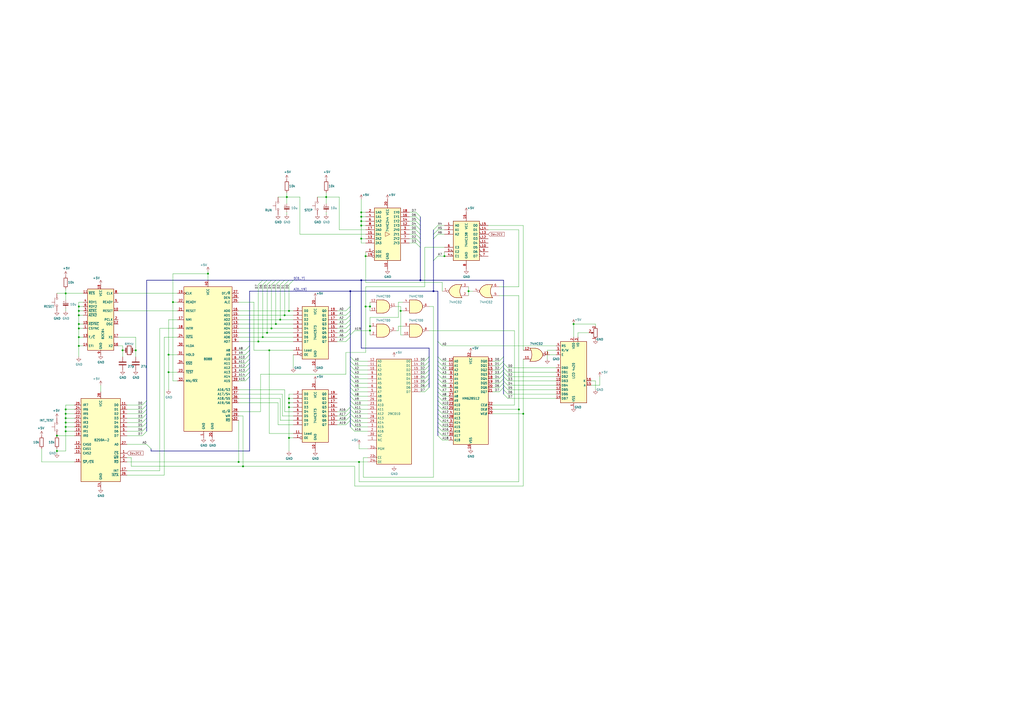
<source format=kicad_sch>
(kicad_sch (version 20211123) (generator eeschema)
  (paper "A2")
  (junction (at 38.1 237.49))
  (junction (at 45.72 180.34))
  (junction (at 100.33 175.26))
  (junction (at 45.72 177.8))
  (junction (at 160.02 187.96))
  (junction (at 165.1 182.88))
  (junction (at 97.79 205.74))
  (junction (at 38.1 247.65))
  (junction (at 71.12 203.2))
  (junction (at 303.53 240.03))
  (junction (at 167.64 236.22))
  (junction (at 232.41 180.34))
  (junction (at 38.1 242.57))
  (junction (at 33.02 261.62))
  (junction (at 45.72 190.5))
  (junction (at 332.74 187.96))
  (junction (at 33.02 252.73))
  (junction (at 214.63 177.8))
  (junction (at 209.55 125.73))
  (junction (at 45.72 182.88))
  (junction (at 243.84 162.56))
  (junction (at 214.63 191.77))
  (junction (at 167.64 233.68))
  (junction (at 209.55 138.43))
  (junction (at 203.2 168.91))
  (junction (at 212.09 177.8))
  (junction (at 208.28 267.97))
  (junction (at 97.79 215.9))
  (junction (at 140.97 270.51))
  (junction (at 271.78 168.91))
  (junction (at 38.1 250.19))
  (junction (at 162.56 185.42))
  (junction (at 300.99 237.49))
  (junction (at 149.86 198.12))
  (junction (at 257.81 148.59))
  (junction (at 154.94 193.04))
  (junction (at 166.37 114.3))
  (junction (at 138.43 267.97))
  (junction (at 45.72 187.96))
  (junction (at 167.64 231.14))
  (junction (at 78.74 203.2))
  (junction (at 157.48 190.5))
  (junction (at 45.72 200.66))
  (junction (at 251.46 168.91))
  (junction (at 167.64 180.34))
  (junction (at 38.1 170.18))
  (junction (at 156.21 203.2))
  (junction (at 212.09 148.59))
  (junction (at 214.63 189.23))
  (junction (at 38.1 240.03))
  (junction (at 152.4 195.58))
  (junction (at 167.64 254))
  (junction (at 120.65 158.75))
  (junction (at 45.72 195.58))
  (junction (at 209.55 162.56))
  (junction (at 209.55 130.81))
  (junction (at 209.55 128.27))
  (junction (at 209.55 123.19))
  (junction (at 38.1 245.11))
  (junction (at 189.23 114.3))
  (bus_entry (at 203.2 234.95) (size 2.54 2.54))
  (bus_entry (at 254 214.63) (size 2.54 2.54))
  (bus_entry (at 142.24 215.9) (size 2.54 -2.54))
  (bus_entry (at 142.24 210.82) (size 2.54 -2.54))
  (bus_entry (at 241.3 133.35) (size 2.54 2.54))
  (bus_entry (at 200.66 187.96) (size 2.54 -2.54))
  (bus_entry (at 241.3 125.73) (size 2.54 2.54))
  (bus_entry (at 241.3 128.27) (size 2.54 2.54))
  (bus_entry (at 254 212.09) (size 2.54 2.54))
  (bus_entry (at 82.55 240.03) (size 2.54 -2.54))
  (bus_entry (at 142.24 203.2) (size 2.54 -2.54))
  (bus_entry (at 152.4 165.1) (size 2.54 -2.54))
  (bus_entry (at 203.2 227.33) (size 2.54 2.54))
  (bus_entry (at 292.1 215.9) (size 2.54 2.54))
  (bus_entry (at 254 148.59) (size -2.54 2.54))
  (bus_entry (at 254 130.81) (size -2.54 2.54))
  (bus_entry (at 254 133.35) (size -2.54 2.54))
  (bus_entry (at 254 135.89) (size -2.54 2.54))
  (bus_entry (at 246.38 212.09) (size 2.54 -2.54))
  (bus_entry (at 289.56 217.17) (size 2.54 -2.54))
  (bus_entry (at 203.2 242.57) (size 2.54 2.54))
  (bus_entry (at 292.1 223.52) (size 2.54 2.54))
  (bus_entry (at 254 222.25) (size 2.54 2.54))
  (bus_entry (at 82.55 234.95) (size 2.54 -2.54))
  (bus_entry (at 82.55 237.49) (size 2.54 -2.54))
  (bus_entry (at 246.38 217.17) (size 2.54 -2.54))
  (bus_entry (at 203.2 207.01) (size 2.54 2.54))
  (bus_entry (at 203.2 209.55) (size 2.54 2.54))
  (bus_entry (at 254 224.79) (size 2.54 2.54))
  (bus_entry (at 142.24 205.74) (size 2.54 -2.54))
  (bus_entry (at 246.38 224.79) (size 2.54 -2.54))
  (bus_entry (at 203.2 232.41) (size 2.54 2.54))
  (bus_entry (at 254 207.01) (size 2.54 2.54))
  (bus_entry (at 203.2 237.49) (size 2.54 2.54))
  (bus_entry (at 254 198.12) (size 2.54 2.54))
  (bus_entry (at 142.24 220.98) (size 2.54 -2.54))
  (bus_entry (at 82.55 242.57) (size 2.54 -2.54))
  (bus_entry (at 254 234.95) (size 2.54 2.54))
  (bus_entry (at 241.3 140.97) (size 2.54 2.54))
  (bus_entry (at 254 242.57) (size 2.54 2.54))
  (bus_entry (at 254 217.17) (size 2.54 2.54))
  (bus_entry (at 292.1 218.44) (size 2.54 2.54))
  (bus_entry (at 200.66 198.12) (size 2.54 -2.54))
  (bus_entry (at 200.66 238.76) (size 2.54 -2.54))
  (bus_entry (at 200.66 182.88) (size 2.54 -2.54))
  (bus_entry (at 154.94 165.1) (size 2.54 -2.54))
  (bus_entry (at 200.66 190.5) (size 2.54 -2.54))
  (bus_entry (at 241.3 135.89) (size 2.54 2.54))
  (bus_entry (at 160.02 165.1) (size 2.54 -2.54))
  (bus_entry (at 292.1 228.6) (size 2.54 2.54))
  (bus_entry (at 142.24 218.44) (size 2.54 -2.54))
  (bus_entry (at 289.56 227.33) (size 2.54 -2.54))
  (bus_entry (at 292.1 210.82) (size 2.54 2.54))
  (bus_entry (at 289.56 222.25) (size 2.54 -2.54))
  (bus_entry (at 289.56 224.79) (size 2.54 -2.54))
  (bus_entry (at 289.56 214.63) (size 2.54 -2.54))
  (bus_entry (at 82.55 250.19) (size 2.54 -2.54))
  (bus_entry (at 203.2 217.17) (size 2.54 2.54))
  (bus_entry (at 200.66 246.38) (size 2.54 -2.54))
  (bus_entry (at 200.66 243.84) (size 2.54 -2.54))
  (bus_entry (at 142.24 213.36) (size 2.54 -2.54))
  (bus_entry (at 254 245.11) (size 2.54 2.54))
  (bus_entry (at 203.2 229.87) (size 2.54 2.54))
  (bus_entry (at 200.66 193.04) (size 2.54 -2.54))
  (bus_entry (at 241.3 123.19) (size 2.54 2.54))
  (bus_entry (at 85.09 257.81) (size 2.54 2.54))
  (bus_entry (at 254 240.03) (size 2.54 2.54))
  (bus_entry (at 289.56 212.09) (size 2.54 -2.54))
  (bus_entry (at 292.1 213.36) (size 2.54 2.54))
  (bus_entry (at 203.2 194.31) (size 2.54 -2.54))
  (bus_entry (at 254 227.33) (size 2.54 2.54))
  (bus_entry (at 157.48 165.1) (size 2.54 -2.54))
  (bus_entry (at 203.2 247.65) (size 2.54 2.54))
  (bus_entry (at 167.64 165.1) (size 2.54 -2.54))
  (bus_entry (at 289.56 209.55) (size 2.54 -2.54))
  (bus_entry (at 241.3 130.81) (size 2.54 2.54))
  (bus_entry (at 203.2 214.63) (size 2.54 2.54))
  (bus_entry (at 203.2 245.11) (size 2.54 2.54))
  (bus_entry (at 82.55 252.73) (size 2.54 -2.54))
  (bus_entry (at 292.1 220.98) (size 2.54 2.54))
  (bus_entry (at 246.38 219.71) (size 2.54 -2.54))
  (bus_entry (at 246.38 214.63) (size 2.54 -2.54))
  (bus_entry (at 82.55 247.65) (size 2.54 -2.54))
  (bus_entry (at 162.56 165.1) (size 2.54 -2.54))
  (bus_entry (at 142.24 208.28) (size 2.54 -2.54))
  (bus_entry (at 203.2 240.03) (size 2.54 2.54))
  (bus_entry (at 82.55 245.11) (size 2.54 -2.54))
  (bus_entry (at 246.38 209.55) (size 2.54 -2.54))
  (bus_entry (at 246.38 227.33) (size 2.54 -2.54))
  (bus_entry (at 292.1 226.06) (size 2.54 2.54))
  (bus_entry (at 254 229.87) (size 2.54 2.54))
  (bus_entry (at 254 237.49) (size 2.54 2.54))
  (bus_entry (at 200.66 241.3) (size 2.54 -2.54))
  (bus_entry (at 246.38 222.25) (size 2.54 -2.54))
  (bus_entry (at 289.56 219.71) (size 2.54 -2.54))
  (bus_entry (at 254 209.55) (size 2.54 2.54))
  (bus_entry (at 149.86 165.1) (size 2.54 -2.54))
  (bus_entry (at 203.2 212.09) (size 2.54 2.54))
  (bus_entry (at 254 250.19) (size 2.54 2.54))
  (bus_entry (at 200.66 195.58) (size 2.54 -2.54))
  (bus_entry (at 203.2 219.71) (size 2.54 2.54))
  (bus_entry (at 254 232.41) (size 2.54 2.54))
  (bus_entry (at 241.3 138.43) (size 2.54 2.54))
  (bus_entry (at 200.66 185.42) (size 2.54 -2.54))
  (bus_entry (at 165.1 165.1) (size 2.54 -2.54))
  (bus_entry (at 200.66 180.34) (size 2.54 -2.54))
  (bus_entry (at 254 247.65) (size 2.54 2.54))
  (bus_entry (at 203.2 224.79) (size 2.54 2.54))
  (bus_entry (at 254 252.73) (size 2.54 2.54))
  (bus_entry (at 203.2 222.25) (size 2.54 2.54))
  (bus_entry (at 254 219.71) (size 2.54 2.54))
  (bus (pts (xy 254 242.57) (xy 254 245.11)))
  (wire (pts (xy 205.74 209.55) (xy 213.36 209.55)))
  (wire (pts (xy 195.58 193.04) (xy 200.66 193.04)))
  (wire (pts (xy 256.54 168.91) (xy 256.54 163.83)))
  (wire (pts (xy 243.84 212.09) (xy 246.38 212.09)))
  (wire (pts (xy 209.55 140.97) (xy 209.55 138.43)))
  (wire (pts (xy 237.49 130.81) (xy 241.3 130.81)))
  (wire (pts (xy 45.72 195.58) (xy 48.26 195.58)))
  (bus (pts (xy 203.2 187.96) (xy 203.2 190.5)))
  (wire (pts (xy 167.64 165.1) (xy 167.64 180.34)))
  (wire (pts (xy 294.64 213.36) (xy 322.58 213.36)))
  (bus (pts (xy 165.1 162.56) (xy 167.64 162.56)))
  (bus (pts (xy 248.92 207.01) (xy 248.92 209.55)))
  (wire (pts (xy 231.14 189.23) (xy 231.14 191.77)))
  (wire (pts (xy 205.74 191.77) (xy 214.63 191.77)))
  (wire (pts (xy 38.1 261.62) (xy 38.1 250.19)))
  (wire (pts (xy 205.74 229.87) (xy 213.36 229.87)))
  (wire (pts (xy 165.1 182.88) (xy 170.18 182.88)))
  (wire (pts (xy 138.43 241.3) (xy 140.97 241.3)))
  (wire (pts (xy 102.87 215.9) (xy 97.79 215.9)))
  (wire (pts (xy 170.18 193.04) (xy 154.94 193.04)))
  (bus (pts (xy 144.78 168.91) (xy 144.78 200.66)))
  (bus (pts (xy 203.2 238.76) (xy 203.2 240.03)))
  (wire (pts (xy 285.75 224.79) (xy 289.56 224.79)))
  (wire (pts (xy 322.58 203.2) (xy 317.5 203.2)))
  (wire (pts (xy 38.1 179.07) (xy 38.1 180.34)))
  (wire (pts (xy 33.02 261.62) (xy 38.1 261.62)))
  (wire (pts (xy 156.21 203.2) (xy 170.18 203.2)))
  (wire (pts (xy 243.84 227.33) (xy 246.38 227.33)))
  (wire (pts (xy 298.45 191.77) (xy 298.45 234.95)))
  (bus (pts (xy 85.09 247.65) (xy 85.09 250.19)))
  (wire (pts (xy 73.66 267.97) (xy 138.43 267.97)))
  (wire (pts (xy 68.58 170.18) (xy 102.87 170.18)))
  (bus (pts (xy 243.84 162.56) (xy 209.55 162.56)))
  (bus (pts (xy 292.1 217.17) (xy 292.1 218.44)))
  (wire (pts (xy 200.66 185.42) (xy 195.58 185.42)))
  (wire (pts (xy 78.74 195.58) (xy 78.74 203.2)))
  (wire (pts (xy 233.68 180.34) (xy 232.41 180.34)))
  (wire (pts (xy 156.21 251.46) (xy 170.18 251.46)))
  (wire (pts (xy 214.63 175.26) (xy 214.63 177.8)))
  (wire (pts (xy 200.66 217.17) (xy 200.66 204.47)))
  (wire (pts (xy 294.64 231.14) (xy 322.58 231.14)))
  (bus (pts (xy 152.4 162.56) (xy 154.94 162.56)))
  (bus (pts (xy 203.2 185.42) (xy 203.2 187.96)))
  (wire (pts (xy 45.72 187.96) (xy 45.72 190.5)))
  (wire (pts (xy 232.41 194.31) (xy 233.68 194.31)))
  (bus (pts (xy 243.84 143.51) (xy 243.84 162.56)))
  (bus (pts (xy 292.1 226.06) (xy 292.1 228.6)))
  (wire (pts (xy 205.74 219.71) (xy 213.36 219.71)))
  (bus (pts (xy 254 168.91) (xy 254 198.12)))
  (wire (pts (xy 160.02 187.96) (xy 170.18 187.96)))
  (wire (pts (xy 170.18 228.6) (xy 167.64 228.6)))
  (wire (pts (xy 254 148.59) (xy 257.81 148.59)))
  (wire (pts (xy 162.56 231.14) (xy 162.56 243.84)))
  (wire (pts (xy 195.58 182.88) (xy 200.66 182.88)))
  (bus (pts (xy 85.09 240.03) (xy 85.09 242.57)))
  (bus (pts (xy 254 234.95) (xy 254 237.49)))
  (wire (pts (xy 120.65 158.75) (xy 120.65 162.56)))
  (wire (pts (xy 154.94 193.04) (xy 138.43 193.04)))
  (bus (pts (xy 203.2 212.09) (xy 203.2 214.63)))
  (bus (pts (xy 85.09 232.41) (xy 85.09 234.95)))
  (bus (pts (xy 248.92 214.63) (xy 248.92 217.17)))
  (wire (pts (xy 73.66 240.03) (xy 82.55 240.03)))
  (wire (pts (xy 73.66 273.05) (xy 92.71 273.05)))
  (wire (pts (xy 212.09 148.59) (xy 212.09 146.05)))
  (bus (pts (xy 203.2 219.71) (xy 203.2 222.25)))
  (wire (pts (xy 142.24 205.74) (xy 138.43 205.74)))
  (wire (pts (xy 200.66 180.34) (xy 195.58 180.34)))
  (bus (pts (xy 254 229.87) (xy 254 232.41)))
  (wire (pts (xy 256.54 200.66) (xy 322.58 200.66)))
  (wire (pts (xy 167.64 233.68) (xy 170.18 233.68)))
  (wire (pts (xy 43.18 250.19) (xy 38.1 250.19)))
  (wire (pts (xy 335.28 193.04) (xy 341.63 193.04)))
  (wire (pts (xy 214.63 177.8) (xy 214.63 180.34)))
  (bus (pts (xy 254 247.65) (xy 254 250.19)))
  (bus (pts (xy 254 240.03) (xy 254 242.57)))
  (bus (pts (xy 85.09 237.49) (xy 85.09 240.03)))
  (wire (pts (xy 209.55 130.81) (xy 212.09 130.81)))
  (wire (pts (xy 246.38 143.51) (xy 257.81 143.51)))
  (bus (pts (xy 167.64 162.56) (xy 170.18 162.56)))
  (bus (pts (xy 248.92 212.09) (xy 248.92 214.63)))
  (wire (pts (xy 256.54 252.73) (xy 260.35 252.73)))
  (bus (pts (xy 203.2 190.5) (xy 203.2 193.04)))
  (wire (pts (xy 73.66 237.49) (xy 82.55 237.49)))
  (bus (pts (xy 203.2 168.91) (xy 251.46 168.91)))
  (wire (pts (xy 200.66 204.47) (xy 212.09 204.47)))
  (wire (pts (xy 300.99 279.4) (xy 300.99 237.49)))
  (wire (pts (xy 140.97 270.51) (xy 205.74 270.51)))
  (bus (pts (xy 144.78 168.91) (xy 203.2 168.91)))
  (wire (pts (xy 170.18 180.34) (xy 167.64 180.34)))
  (wire (pts (xy 189.23 111.76) (xy 189.23 114.3)))
  (wire (pts (xy 318.77 205.74) (xy 322.58 205.74)))
  (wire (pts (xy 256.54 240.03) (xy 260.35 240.03)))
  (wire (pts (xy 45.72 195.58) (xy 45.72 200.66)))
  (wire (pts (xy 147.32 175.26) (xy 147.32 203.2)))
  (wire (pts (xy 189.23 114.3) (xy 189.23 118.11)))
  (wire (pts (xy 24.13 267.97) (xy 43.18 267.97)))
  (bus (pts (xy 203.2 245.11) (xy 203.2 247.65)))
  (wire (pts (xy 209.55 128.27) (xy 209.55 125.73)))
  (wire (pts (xy 205.74 247.65) (xy 213.36 247.65)))
  (wire (pts (xy 24.13 260.35) (xy 24.13 267.97)))
  (wire (pts (xy 195.58 198.12) (xy 200.66 198.12)))
  (wire (pts (xy 195.58 187.96) (xy 200.66 187.96)))
  (wire (pts (xy 303.53 240.03) (xy 303.53 281.94)))
  (wire (pts (xy 76.2 270.51) (xy 140.97 270.51)))
  (wire (pts (xy 256.54 237.49) (xy 260.35 237.49)))
  (wire (pts (xy 237.49 133.35) (xy 241.3 133.35)))
  (bus (pts (xy 144.78 200.66) (xy 144.78 203.2)))
  (wire (pts (xy 68.58 195.58) (xy 78.74 195.58)))
  (wire (pts (xy 251.46 276.86) (xy 251.46 177.8)))
  (wire (pts (xy 231.14 175.26) (xy 231.14 184.15)))
  (bus (pts (xy 203.2 236.22) (xy 203.2 237.49)))
  (wire (pts (xy 212.09 138.43) (xy 209.55 138.43)))
  (bus (pts (xy 254 232.41) (xy 254 234.95)))
  (wire (pts (xy 232.41 180.34) (xy 232.41 177.8)))
  (wire (pts (xy 285.75 240.03) (xy 303.53 240.03)))
  (wire (pts (xy 102.87 190.5) (xy 92.71 190.5)))
  (wire (pts (xy 212.09 163.83) (xy 212.09 148.59)))
  (wire (pts (xy 165.1 165.1) (xy 165.1 182.88)))
  (bus (pts (xy 144.78 261.62) (xy 87.63 261.62)))
  (wire (pts (xy 166.37 114.3) (xy 161.29 114.3)))
  (wire (pts (xy 205.74 214.63) (xy 213.36 214.63)))
  (wire (pts (xy 167.64 231.14) (xy 170.18 231.14)))
  (wire (pts (xy 237.49 125.73) (xy 241.3 125.73)))
  (bus (pts (xy 203.2 229.87) (xy 203.2 232.41)))
  (wire (pts (xy 271.78 168.91) (xy 274.32 168.91)))
  (wire (pts (xy 212.09 125.73) (xy 209.55 125.73)))
  (wire (pts (xy 256.54 212.09) (xy 260.35 212.09)))
  (wire (pts (xy 237.49 138.43) (xy 241.3 138.43)))
  (wire (pts (xy 285.75 217.17) (xy 289.56 217.17)))
  (bus (pts (xy 292.1 224.79) (xy 292.1 226.06)))
  (wire (pts (xy 45.72 182.88) (xy 45.72 187.96)))
  (bus (pts (xy 144.78 210.82) (xy 144.78 213.36)))
  (wire (pts (xy 120.65 157.48) (xy 120.65 158.75)))
  (wire (pts (xy 165.1 226.06) (xy 165.1 238.76)))
  (wire (pts (xy 138.43 198.12) (xy 149.86 198.12)))
  (wire (pts (xy 157.48 165.1) (xy 157.48 190.5)))
  (wire (pts (xy 248.92 191.77) (xy 298.45 191.77)))
  (bus (pts (xy 170.18 162.56) (xy 209.55 162.56)))
  (wire (pts (xy 237.49 128.27) (xy 241.3 128.27)))
  (bus (pts (xy 160.02 162.56) (xy 162.56 162.56)))
  (wire (pts (xy 45.72 180.34) (xy 45.72 182.88)))
  (wire (pts (xy 45.72 190.5) (xy 45.72 195.58)))
  (wire (pts (xy 100.33 220.98) (xy 100.33 175.26)))
  (bus (pts (xy 254 224.79) (xy 254 227.33)))
  (wire (pts (xy 300.99 237.49) (xy 300.99 171.45)))
  (wire (pts (xy 73.66 252.73) (xy 82.55 252.73)))
  (wire (pts (xy 294.64 218.44) (xy 322.58 218.44)))
  (wire (pts (xy 209.55 115.57) (xy 209.55 123.19)))
  (bus (pts (xy 203.2 195.58) (xy 203.2 207.01)))
  (bus (pts (xy 209.55 162.56) (xy 209.55 201.93)))
  (wire (pts (xy 161.29 246.38) (xy 170.18 246.38)))
  (wire (pts (xy 166.37 111.76) (xy 166.37 114.3)))
  (wire (pts (xy 45.72 200.66) (xy 48.26 200.66)))
  (wire (pts (xy 243.84 217.17) (xy 246.38 217.17)))
  (wire (pts (xy 196.85 114.3) (xy 189.23 114.3)))
  (wire (pts (xy 78.74 203.2) (xy 78.74 207.01)))
  (wire (pts (xy 173.99 135.89) (xy 173.99 114.3)))
  (wire (pts (xy 76.2 265.43) (xy 76.2 270.51)))
  (wire (pts (xy 246.38 166.37) (xy 246.38 143.51)))
  (wire (pts (xy 73.66 257.81) (xy 85.09 257.81)))
  (wire (pts (xy 285.75 214.63) (xy 289.56 214.63)))
  (bus (pts (xy 243.84 125.73) (xy 243.84 128.27)))
  (wire (pts (xy 151.13 238.76) (xy 151.13 217.17)))
  (wire (pts (xy 208.28 257.81) (xy 208.28 260.35)))
  (wire (pts (xy 38.1 167.64) (xy 38.1 170.18)))
  (bus (pts (xy 254 207.01) (xy 254 209.55)))
  (bus (pts (xy 248.92 222.25) (xy 248.92 224.79)))
  (wire (pts (xy 73.66 247.65) (xy 82.55 247.65)))
  (wire (pts (xy 138.43 213.36) (xy 142.24 213.36)))
  (wire (pts (xy 100.33 158.75) (xy 100.33 175.26)))
  (wire (pts (xy 209.55 123.19) (xy 209.55 125.73)))
  (wire (pts (xy 195.58 243.84) (xy 200.66 243.84)))
  (wire (pts (xy 38.1 245.11) (xy 38.1 242.57)))
  (wire (pts (xy 71.12 203.2) (xy 71.12 207.01)))
  (bus (pts (xy 292.1 207.01) (xy 292.1 209.55)))
  (bus (pts (xy 248.92 219.71) (xy 248.92 222.25)))
  (wire (pts (xy 256.54 217.17) (xy 260.35 217.17)))
  (wire (pts (xy 212.09 204.47) (xy 212.09 177.8)))
  (bus (pts (xy 292.1 162.56) (xy 243.84 162.56)))
  (wire (pts (xy 173.99 114.3) (xy 166.37 114.3)))
  (wire (pts (xy 303.53 203.2) (xy 303.53 130.81)))
  (bus (pts (xy 254 219.71) (xy 254 222.25)))
  (wire (pts (xy 45.72 180.34) (xy 48.26 180.34)))
  (wire (pts (xy 48.26 175.26) (xy 45.72 175.26)))
  (wire (pts (xy 210.82 276.86) (xy 251.46 276.86)))
  (wire (pts (xy 138.43 195.58) (xy 152.4 195.58)))
  (bus (pts (xy 203.2 177.8) (xy 203.2 180.34)))
  (wire (pts (xy 97.79 185.42) (xy 97.79 205.74)))
  (wire (pts (xy 38.1 234.95) (xy 43.18 234.95)))
  (wire (pts (xy 167.64 236.22) (xy 167.64 254)))
  (wire (pts (xy 205.74 232.41) (xy 213.36 232.41)))
  (wire (pts (xy 342.9 220.98) (xy 345.44 220.98)))
  (wire (pts (xy 167.64 233.68) (xy 167.64 236.22)))
  (wire (pts (xy 200.66 195.58) (xy 195.58 195.58)))
  (wire (pts (xy 142.24 210.82) (xy 138.43 210.82)))
  (wire (pts (xy 256.54 163.83) (xy 212.09 163.83)))
  (wire (pts (xy 256.54 247.65) (xy 260.35 247.65)))
  (wire (pts (xy 254 130.81) (xy 257.81 130.81)))
  (wire (pts (xy 154.94 165.1) (xy 154.94 193.04)))
  (wire (pts (xy 165.1 238.76) (xy 170.18 238.76)))
  (wire (pts (xy 163.83 241.3) (xy 170.18 241.3)))
  (bus (pts (xy 203.2 241.3) (xy 203.2 242.57)))
  (bus (pts (xy 254 209.55) (xy 254 212.09)))
  (wire (pts (xy 43.18 245.11) (xy 38.1 245.11)))
  (wire (pts (xy 345.44 187.96) (xy 332.74 187.96)))
  (bus (pts (xy 292.1 212.09) (xy 292.1 213.36)))
  (wire (pts (xy 285.75 219.71) (xy 289.56 219.71)))
  (bus (pts (xy 85.09 162.56) (xy 152.4 162.56)))
  (wire (pts (xy 73.66 265.43) (xy 76.2 265.43)))
  (wire (pts (xy 283.21 130.81) (xy 303.53 130.81)))
  (bus (pts (xy 292.1 207.01) (xy 292.1 162.56)))
  (wire (pts (xy 303.53 208.28) (xy 303.53 240.03)))
  (wire (pts (xy 256.54 224.79) (xy 260.35 224.79)))
  (bus (pts (xy 203.2 243.84) (xy 203.2 245.11)))
  (wire (pts (xy 170.18 205.74) (xy 170.18 213.36)))
  (wire (pts (xy 151.13 217.17) (xy 200.66 217.17)))
  (bus (pts (xy 144.78 213.36) (xy 144.78 215.9)))
  (wire (pts (xy 232.41 180.34) (xy 232.41 194.31)))
  (wire (pts (xy 294.64 220.98) (xy 322.58 220.98)))
  (wire (pts (xy 285.75 227.33) (xy 289.56 227.33)))
  (wire (pts (xy 231.14 191.77) (xy 229.87 191.77)))
  (wire (pts (xy 138.43 218.44) (xy 142.24 218.44)))
  (bus (pts (xy 144.78 205.74) (xy 144.78 208.28)))
  (wire (pts (xy 285.75 212.09) (xy 289.56 212.09)))
  (wire (pts (xy 162.56 243.84) (xy 170.18 243.84)))
  (wire (pts (xy 205.74 234.95) (xy 213.36 234.95)))
  (bus (pts (xy 144.78 218.44) (xy 144.78 261.62)))
  (wire (pts (xy 68.58 200.66) (xy 71.12 200.66)))
  (wire (pts (xy 285.75 237.49) (xy 300.99 237.49)))
  (wire (pts (xy 251.46 177.8) (xy 248.92 177.8)))
  (wire (pts (xy 212.09 123.19) (xy 209.55 123.19)))
  (wire (pts (xy 209.55 130.81) (xy 209.55 138.43)))
  (wire (pts (xy 161.29 233.68) (xy 161.29 246.38)))
  (wire (pts (xy 45.72 177.8) (xy 48.26 177.8)))
  (wire (pts (xy 256.54 232.41) (xy 260.35 232.41)))
  (wire (pts (xy 152.4 195.58) (xy 170.18 195.58)))
  (wire (pts (xy 138.43 190.5) (xy 157.48 190.5)))
  (bus (pts (xy 292.1 215.9) (xy 292.1 217.17)))
  (wire (pts (xy 214.63 184.15) (xy 214.63 189.23)))
  (bus (pts (xy 292.1 214.63) (xy 292.1 215.9)))
  (bus (pts (xy 243.84 128.27) (xy 243.84 130.81)))
  (wire (pts (xy 138.43 182.88) (xy 165.1 182.88)))
  (wire (pts (xy 73.66 250.19) (xy 82.55 250.19)))
  (wire (pts (xy 73.66 242.57) (xy 82.55 242.57)))
  (wire (pts (xy 233.68 189.23) (xy 231.14 189.23)))
  (bus (pts (xy 85.09 245.11) (xy 85.09 247.65)))
  (bus (pts (xy 292.1 220.98) (xy 292.1 222.25)))
  (wire (pts (xy 189.23 114.3) (xy 184.15 114.3)))
  (wire (pts (xy 45.72 175.26) (xy 45.72 177.8)))
  (bus (pts (xy 254 198.12) (xy 254 207.01)))
  (wire (pts (xy 97.79 215.9) (xy 97.79 226.06)))
  (wire (pts (xy 285.75 222.25) (xy 289.56 222.25)))
  (wire (pts (xy 256.54 229.87) (xy 260.35 229.87)))
  (bus (pts (xy 292.1 222.25) (xy 292.1 223.52)))
  (wire (pts (xy 212.09 140.97) (xy 209.55 140.97)))
  (wire (pts (xy 205.74 250.19) (xy 213.36 250.19)))
  (wire (pts (xy 38.1 170.18) (xy 38.1 173.99)))
  (wire (pts (xy 300.99 166.37) (xy 289.56 166.37)))
  (wire (pts (xy 38.1 247.65) (xy 38.1 245.11)))
  (wire (pts (xy 38.1 170.18) (xy 48.26 170.18)))
  (wire (pts (xy 45.72 190.5) (xy 48.26 190.5)))
  (wire (pts (xy 45.72 200.66) (xy 45.72 207.01)))
  (wire (pts (xy 33.02 260.35) (xy 33.02 261.62)))
  (wire (pts (xy 205.74 224.79) (xy 213.36 224.79)))
  (wire (pts (xy 256.54 222.25) (xy 260.35 222.25)))
  (wire (pts (xy 138.43 231.14) (xy 162.56 231.14)))
  (wire (pts (xy 205.74 270.51) (xy 205.74 281.94)))
  (wire (pts (xy 205.74 245.11) (xy 213.36 245.11)))
  (wire (pts (xy 142.24 220.98) (xy 138.43 220.98)))
  (wire (pts (xy 102.87 220.98) (xy 100.33 220.98)))
  (wire (pts (xy 138.43 203.2) (xy 142.24 203.2)))
  (wire (pts (xy 294.64 228.6) (xy 322.58 228.6)))
  (wire (pts (xy 149.86 198.12) (xy 170.18 198.12)))
  (bus (pts (xy 251.46 138.43) (xy 251.46 151.13)))
  (wire (pts (xy 283.21 133.35) (xy 300.99 133.35)))
  (wire (pts (xy 205.74 227.33) (xy 213.36 227.33)))
  (wire (pts (xy 243.84 209.55) (xy 246.38 209.55)))
  (bus (pts (xy 144.78 215.9) (xy 144.78 218.44)))
  (wire (pts (xy 167.64 231.14) (xy 167.64 233.68)))
  (wire (pts (xy 209.55 128.27) (xy 212.09 128.27)))
  (bus (pts (xy 209.55 201.93) (xy 248.92 201.93)))
  (wire (pts (xy 167.64 254) (xy 167.64 261.62)))
  (wire (pts (xy 243.84 222.25) (xy 246.38 222.25)))
  (wire (pts (xy 73.66 245.11) (xy 82.55 245.11)))
  (bus (pts (xy 248.92 201.93) (xy 248.92 207.01)))
  (wire (pts (xy 294.64 226.06) (xy 322.58 226.06)))
  (wire (pts (xy 33.02 261.62) (xy 33.02 262.89)))
  (bus (pts (xy 248.92 209.55) (xy 248.92 212.09)))
  (bus (pts (xy 203.2 234.95) (xy 203.2 236.22)))
  (wire (pts (xy 167.64 236.22) (xy 170.18 236.22)))
  (wire (pts (xy 43.18 252.73) (xy 33.02 252.73)))
  (bus (pts (xy 254 250.19) (xy 254 252.73)))
  (wire (pts (xy 317.5 203.2) (xy 317.5 208.28)))
  (wire (pts (xy 102.87 205.74) (xy 97.79 205.74)))
  (bus (pts (xy 154.94 162.56) (xy 157.48 162.56)))
  (bus (pts (xy 203.2 237.49) (xy 203.2 238.76)))
  (wire (pts (xy 167.64 228.6) (xy 167.64 231.14)))
  (wire (pts (xy 156.21 203.2) (xy 156.21 251.46)))
  (bus (pts (xy 243.84 140.97) (xy 243.84 143.51)))
  (wire (pts (xy 256.54 219.71) (xy 260.35 219.71)))
  (wire (pts (xy 166.37 123.19) (xy 166.37 124.46)))
  (wire (pts (xy 38.1 237.49) (xy 38.1 234.95)))
  (wire (pts (xy 43.18 240.03) (xy 38.1 240.03)))
  (wire (pts (xy 170.18 254) (xy 167.64 254)))
  (bus (pts (xy 243.84 130.81) (xy 243.84 133.35)))
  (wire (pts (xy 138.43 228.6) (xy 163.83 228.6)))
  (wire (pts (xy 102.87 195.58) (xy 95.25 195.58)))
  (wire (pts (xy 294.64 215.9) (xy 322.58 215.9)))
  (wire (pts (xy 256.54 255.27) (xy 260.35 255.27)))
  (wire (pts (xy 208.28 260.35) (xy 213.36 260.35)))
  (wire (pts (xy 45.72 187.96) (xy 48.26 187.96)))
  (wire (pts (xy 167.64 180.34) (xy 138.43 180.34)))
  (wire (pts (xy 212.09 133.35) (xy 196.85 133.35)))
  (bus (pts (xy 243.84 133.35) (xy 243.84 135.89)))
  (bus (pts (xy 162.56 162.56) (xy 165.1 162.56)))
  (wire (pts (xy 205.74 217.17) (xy 213.36 217.17)))
  (bus (pts (xy 203.2 168.91) (xy 203.2 177.8)))
  (bus (pts (xy 292.1 213.36) (xy 292.1 214.63)))
  (bus (pts (xy 203.2 222.25) (xy 203.2 224.79)))
  (wire (pts (xy 256.54 227.33) (xy 260.35 227.33)))
  (bus (pts (xy 203.2 193.04) (xy 203.2 194.31)))
  (bus (pts (xy 203.2 240.03) (xy 203.2 241.3)))
  (wire (pts (xy 45.72 177.8) (xy 45.72 180.34)))
  (wire (pts (xy 212.09 135.89) (xy 173.99 135.89)))
  (wire (pts (xy 205.74 212.09) (xy 213.36 212.09)))
  (wire (pts (xy 195.58 238.76) (xy 200.66 238.76)))
  (bus (pts (xy 85.09 242.57) (xy 85.09 245.11)))
  (wire (pts (xy 38.1 250.19) (xy 38.1 247.65)))
  (bus (pts (xy 203.2 242.57) (xy 203.2 243.84)))
  (wire (pts (xy 138.43 208.28) (xy 142.24 208.28)))
  (wire (pts (xy 300.99 133.35) (xy 300.99 166.37)))
  (bus (pts (xy 203.2 209.55) (xy 203.2 212.09)))
  (wire (pts (xy 95.25 195.58) (xy 95.25 275.59)))
  (bus (pts (xy 203.2 182.88) (xy 203.2 185.42)))
  (bus (pts (xy 203.2 232.41) (xy 203.2 234.95)))
  (wire (pts (xy 345.44 189.23) (xy 345.44 187.96)))
  (wire (pts (xy 256.54 234.95) (xy 260.35 234.95)))
  (bus (pts (xy 254 214.63) (xy 254 217.17)))
  (wire (pts (xy 147.32 203.2) (xy 156.21 203.2)))
  (wire (pts (xy 71.12 200.66) (xy 71.12 203.2)))
  (wire (pts (xy 100.33 175.26) (xy 102.87 175.26)))
  (bus (pts (xy 251.46 133.35) (xy 251.46 135.89)))
  (wire (pts (xy 256.54 245.11) (xy 260.35 245.11)))
  (bus (pts (xy 243.84 138.43) (xy 243.84 140.97)))
  (wire (pts (xy 205.74 240.03) (xy 213.36 240.03)))
  (wire (pts (xy 243.84 219.71) (xy 246.38 219.71)))
  (wire (pts (xy 205.74 281.94) (xy 303.53 281.94)))
  (bus (pts (xy 203.2 214.63) (xy 203.2 217.17)))
  (bus (pts (xy 144.78 203.2) (xy 144.78 205.74)))
  (bus (pts (xy 85.09 162.56) (xy 85.09 232.41)))
  (wire (pts (xy 166.37 114.3) (xy 166.37 118.11)))
  (wire (pts (xy 140.97 241.3) (xy 140.97 270.51)))
  (wire (pts (xy 257.81 146.05) (xy 257.81 148.59)))
  (wire (pts (xy 157.48 190.5) (xy 170.18 190.5)))
  (bus (pts (xy 203.2 217.17) (xy 203.2 219.71)))
  (wire (pts (xy 285.75 209.55) (xy 289.56 209.55)))
  (wire (pts (xy 214.63 189.23) (xy 214.63 191.77)))
  (bus (pts (xy 254 212.09) (xy 254 214.63)))
  (wire (pts (xy 208.28 267.97) (xy 213.36 267.97)))
  (wire (pts (xy 271.78 171.45) (xy 271.78 168.91)))
  (bus (pts (xy 243.84 135.89) (xy 243.84 138.43)))
  (bus (pts (xy 254 245.11) (xy 254 247.65)))
  (wire (pts (xy 58.42 223.52) (xy 58.42 227.33)))
  (wire (pts (xy 254 135.89) (xy 257.81 135.89)))
  (bus (pts (xy 292.1 210.82) (xy 292.1 212.09)))
  (bus (pts (xy 292.1 223.52) (xy 292.1 224.79)))
  (wire (pts (xy 38.1 240.03) (xy 38.1 237.49)))
  (wire (pts (xy 298.45 234.95) (xy 285.75 234.95)))
  (bus (pts (xy 251.46 168.91) (xy 254 168.91)))
  (wire (pts (xy 163.83 228.6) (xy 163.83 241.3)))
  (wire (pts (xy 160.02 165.1) (xy 160.02 187.96)))
  (wire (pts (xy 232.41 177.8) (xy 229.87 177.8)))
  (bus (pts (xy 254 217.17) (xy 254 219.71)))
  (wire (pts (xy 209.55 130.81) (xy 209.55 128.27)))
  (wire (pts (xy 92.71 190.5) (xy 92.71 273.05)))
  (bus (pts (xy 203.2 227.33) (xy 203.2 229.87)))
  (wire (pts (xy 213.36 265.43) (xy 210.82 265.43)))
  (wire (pts (xy 68.58 180.34) (xy 102.87 180.34)))
  (wire (pts (xy 212.09 177.8) (xy 212.09 166.37)))
  (wire (pts (xy 189.23 123.19) (xy 189.23 124.46)))
  (bus (pts (xy 251.46 135.89) (xy 251.46 138.43)))
  (wire (pts (xy 212.09 177.8) (xy 214.63 177.8)))
  (wire (pts (xy 45.72 182.88) (xy 48.26 182.88)))
  (wire (pts (xy 254 133.35) (xy 257.81 133.35)))
  (bus (pts (xy 254 222.25) (xy 254 224.79)))
  (wire (pts (xy 138.43 175.26) (xy 147.32 175.26)))
  (wire (pts (xy 102.87 185.42) (xy 97.79 185.42)))
  (wire (pts (xy 138.43 233.68) (xy 161.29 233.68)))
  (wire (pts (xy 347.98 223.52) (xy 347.98 218.44)))
  (bus (pts (xy 203.2 207.01) (xy 203.2 209.55)))
  (bus (pts (xy 292.1 209.55) (xy 292.1 210.82)))
  (wire (pts (xy 243.84 224.79) (xy 246.38 224.79)))
  (wire (pts (xy 43.18 242.57) (xy 38.1 242.57)))
  (wire (pts (xy 256.54 209.55) (xy 260.35 209.55)))
  (wire (pts (xy 162.56 165.1) (xy 162.56 185.42)))
  (bus (pts (xy 203.2 194.31) (xy 203.2 195.58)))
  (wire (pts (xy 237.49 135.89) (xy 241.3 135.89)))
  (bus (pts (xy 292.1 219.71) (xy 292.1 220.98)))
  (wire (pts (xy 149.86 165.1) (xy 149.86 198.12)))
  (wire (pts (xy 73.66 275.59) (xy 95.25 275.59)))
  (wire (pts (xy 205.74 222.25) (xy 213.36 222.25)))
  (wire (pts (xy 256.54 214.63) (xy 260.35 214.63)))
  (wire (pts (xy 38.1 170.18) (xy 33.02 170.18)))
  (bus (pts (xy 144.78 208.28) (xy 144.78 210.82)))
  (wire (pts (xy 43.18 247.65) (xy 38.1 247.65)))
  (wire (pts (xy 138.43 226.06) (xy 165.1 226.06)))
  (wire (pts (xy 200.66 246.38) (xy 195.58 246.38)))
  (wire (pts (xy 335.28 195.58) (xy 335.28 193.04)))
  (bus (pts (xy 292.1 218.44) (xy 292.1 219.71)))
  (wire (pts (xy 342.9 223.52) (xy 347.98 223.52)))
  (wire (pts (xy 162.56 185.42) (xy 138.43 185.42)))
  (wire (pts (xy 208.28 267.97) (xy 208.28 279.4)))
  (bus (pts (xy 251.46 151.13) (xy 251.46 168.91)))
  (wire (pts (xy 214.63 191.77) (xy 214.63 194.31)))
  (wire (pts (xy 138.43 238.76) (xy 151.13 238.76)))
  (wire (pts (xy 233.68 175.26) (xy 231.14 175.26)))
  (wire (pts (xy 208.28 279.4) (xy 300.99 279.4)))
  (bus (pts (xy 203.2 224.79) (xy 203.2 227.33)))
  (wire (pts (xy 120.65 158.75) (xy 100.33 158.75)))
  (wire (pts (xy 142.24 215.9) (xy 138.43 215.9)))
  (wire (pts (xy 212.09 166.37) (xy 246.38 166.37)))
  (wire (pts (xy 243.84 214.63) (xy 246.38 214.63)))
  (bus (pts (xy 203.2 180.34) (xy 203.2 182.88)))
  (wire (pts (xy 237.49 140.97) (xy 241.3 140.97)))
  (wire (pts (xy 205.74 237.49) (xy 213.36 237.49)))
  (wire (pts (xy 271.78 168.91) (xy 271.78 166.37)))
  (wire (pts (xy 170.18 185.42) (xy 162.56 185.42)))
  (wire (pts (xy 205.74 242.57) (xy 213.36 242.57)))
  (wire (pts (xy 138.43 243.84) (xy 138.43 267.97)))
  (wire (pts (xy 97.79 205.74) (xy 97.79 215.9)))
  (wire (pts (xy 43.18 237.49) (xy 38.1 237.49)))
  (wire (pts (xy 210.82 265.43) (xy 210.82 276.86)))
  (wire (pts (xy 332.74 187.96) (xy 332.74 195.58)))
  (bus (pts (xy 248.92 217.17) (xy 248.92 219.71)))
  (wire (pts (xy 345.44 220.98) (xy 345.44 226.06)))
  (bus (pts (xy 254 237.49) (xy 254 240.03)))
  (wire (pts (xy 138.43 187.96) (xy 160.02 187.96)))
  (bus (pts (xy 254 227.33) (xy 254 229.87)))
  (bus (pts (xy 87.63 260.35) (xy 87.63 261.62)))
  (wire (pts (xy 73.66 234.95) (xy 82.55 234.95)))
  (bus (pts (xy 157.48 162.56) (xy 160.02 162.56)))
  (wire (pts (xy 196.85 133.35) (xy 196.85 114.3)))
  (wire (pts (xy 200.66 241.3) (xy 195.58 241.3)))
  (wire (pts (xy 300.99 171.45) (xy 289.56 171.45)))
  (wire (pts (xy 256.54 242.57) (xy 260.35 242.57)))
  (wire (pts (xy 231.14 184.15) (xy 214.63 184.15)))
  (bus (pts (xy 85.09 234.95) (xy 85.09 237.49)))
  (wire (pts (xy 200.66 190.5) (xy 195.58 190.5)))
  (wire (pts (xy 138.43 267.97) (xy 208.28 267.97)))
  (wire (pts (xy 38.1 242.57) (xy 38.1 240.03)))
  (wire (pts (xy 294.64 223.52) (xy 322.58 223.52)))
  (wire (pts (xy 152.4 165.1) (xy 152.4 195.58)))
  (wire (pts (xy 256.54 250.19) (xy 260.35 250.19)))
  (wire (pts (xy 237.49 123.19) (xy 241.3 123.19)))
  (label "D7" (at 149.86 167.64 90))
  (label "D2" (at 243.84 214.63 0))
  (label "A6" (at 254 135.89 0))
  (label "A7" (at 205.74 227.33 0))
  (label "D6" (at 152.4 167.64 90))
  (label "D0" (at 243.84 209.55 0))
  (label "D6" (at 243.84 224.79 0))
  (label "D4" (at 287.02 219.71 0))
  (label "A15" (at 205.74 247.65 0))
  (label "A2" (at 196.85 185.42 0))
  (label "D[0..7]" (at 170.18 162.56 0))
  (label "D3" (at 238.76 140.97 0))
  (label "A16" (at 205.74 250.19 0))
  (label "D7" (at 294.64 231.14 0))
  (label "D5" (at 80.01 247.65 0))
  (label "D4" (at 238.76 130.81 0))
  (label "A12" (at 256.54 240.03 0))
  (label "A15" (at 138.43 220.98 0))
  (label "A18" (at 256.54 255.27 0))
  (label "A9" (at 138.43 205.74 0))
  (label "D5" (at 287.02 222.25 0))
  (label "D6" (at 294.64 228.6 0))
  (label "A5" (at 196.85 193.04 0))
  (label "A10" (at 138.43 208.28 0))
  (label "D1" (at 165.1 167.64 90))
  (label "D3" (at 160.02 167.64 90))
  (label "A9" (at 256.54 232.41 0))
  (label "A1" (at 205.74 212.09 0))
  (label "A12" (at 138.43 213.36 0))
  (label "A8" (at 138.43 203.2 0))
  (label "A17" (at 256.54 252.73 0))
  (label "D5" (at 238.76 128.27 0))
  (label "A8" (at 256.54 229.87 0))
  (label "A5" (at 256.54 222.25 0))
  (label "A11" (at 256.54 237.49 0))
  (label "D6" (at 287.02 224.79 0))
  (label "A11" (at 205.74 237.49 0))
  (label "A2" (at 205.74 214.63 0))
  (label "A13" (at 138.43 215.9 0))
  (label "A16" (at 196.85 238.76 0))
  (label "A0" (at 205.74 209.55 0))
  (label "A7" (at 254 148.59 0))
  (label "A4" (at 254 130.81 0))
  (label "A14" (at 138.43 218.44 0))
  (label "A3" (at 196.85 187.96 0))
  (label "A4" (at 205.74 219.71 0))
  (label "A14" (at 256.54 245.11 0))
  (label "D0" (at 80.01 234.95 0))
  (label "A6" (at 205.74 224.79 0))
  (label "A1" (at 196.85 182.88 0))
  (label "A16" (at 256.54 250.19 0))
  (label "D4" (at 80.01 245.11 0))
  (label "D3" (at 243.84 217.17 0))
  (label "A7" (at 256.54 227.33 0))
  (label "A0" (at 256.54 200.66 0))
  (label "D4" (at 157.48 167.64 90))
  (label "D1" (at 243.84 212.09 0))
  (label "A12" (at 205.74 240.03 0))
  (label "D0" (at 294.64 213.36 0))
  (label "A3" (at 256.54 217.17 0))
  (label "A0" (at 196.85 180.34 0))
  (label "D4" (at 294.64 223.52 0))
  (label "A9" (at 205.74 232.41 0))
  (label "D5" (at 294.64 226.06 0))
  (label "A10" (at 256.54 234.95 0))
  (label "A6" (at 196.85 195.58 0))
  (label "A5" (at 254 133.35 0))
  (label "A13" (at 256.54 242.57 0))
  (label "D7" (at 287.02 227.33 0))
  (label "A15" (at 256.54 247.65 0))
  (label "A2" (at 256.54 214.63 0))
  (label "D1" (at 294.64 215.9 0))
  (label "A10" (at 205.74 234.95 0))
  (label "D0" (at 238.76 133.35 0))
  (label "D2" (at 80.01 240.03 0))
  (label "D2" (at 238.76 138.43 0))
  (label "A19" (at 205.74 191.77 0))
  (label "D3" (at 80.01 242.57 0))
  (label "A0" (at 82.55 257.81 0))
  (label "A19" (at 196.85 246.38 0))
  (label "D7" (at 80.01 252.73 0))
  (label "D4" (at 243.84 219.71 0))
  (label "D7" (at 243.84 227.33 0))
  (label "A4" (at 256.54 219.71 0))
  (label "A18" (at 196.85 243.84 0))
  (label "D2" (at 162.56 167.64 90))
  (label "D2" (at 287.02 214.63 0))
  (label "A11" (at 138.43 210.82 0))
  (label "D6" (at 80.01 250.19 0))
  (label "A1" (at 256.54 212.09 0))
  (label "A17" (at 196.85 241.3 0))
  (label "D2" (at 294.64 218.44 0))
  (label "A3" (at 205.74 217.17 0))
  (label "A0" (at 256.54 209.55 0))
  (label "D5" (at 154.94 167.64 90))
  (label "A[0..19]" (at 170.18 168.91 0))
  (label "A5" (at 205.74 222.25 0))
  (label "A7" (at 196.85 198.12 0))
  (label "D3" (at 294.64 220.98 0))
  (label "D3" (at 287.02 217.17 0))
  (label "A14" (at 205.74 245.11 0))
  (label "D1" (at 238.76 135.89 0))
  (label "D1" (at 80.01 237.49 0))
  (label "A6" (at 256.54 224.79 0))
  (label "A8" (at 205.74 229.87 0))
  (label "A13" (at 205.74 242.57 0))
  (label "D1" (at 287.02 212.09 0))
  (label "D0" (at 167.64 167.64 90))
  (label "A4" (at 196.85 190.5 0))
  (label "D5" (at 243.84 222.25 0))
  (label "D6" (at 238.76 125.73 0))
  (label "D0" (at 287.02 209.55 0))
  (label "D7" (at 238.76 123.19 0))
  (global_label "Dev2CE" (shape input) (at 283.21 135.89 0) (property "Intersheet References" "${INTERSHEET_REFS}" (effects hide)))
  (global_label "Dev2CE" (shape input) (at 73.66 262.89 0) (property "Intersheet References" "${INTERSHEET_REFS}" (effects hide)))
  (symbol (lib_id "MCU_Intel:8088_Min_Mode") (at 120.65 208.28 0) (unit 1)
    (property "Reference" "U1" (effects hide))
    (property "Value" "8088" (at 120.65 208.28 0))
    (property "Footprint" "Package_DIP:DIP-40_W15.24mm" (effects hide))
    (property "Datasheet" "http://datasheets.chipdb.org/Intel/x86/808x/datashts/8088/231456-006.pdf" (effects hide))
  )
  (symbol (lib_id "power:GND") (at 118.11 254 0) (unit 1)
    (property "Reference" "#PWR0117" (effects hide))
    (property "Value" "GND" (at 118.237 258.3942 0))
  )
  (symbol (lib_id "power:GND") (at 123.19 254 0) (unit 1)
    (property "Reference" "#PWR0116" (effects hide))
    (property "Value" "GND" (at 123.317 258.3942 0))
  )
  (symbol (lib_id "power:+5V") (at 120.65 157.48 0) (unit 1)
    (property "Reference" "#PWR0102" (effects hide))
    (property "Value" "+5V" (at 118.11 153.67 0))
  )
  (symbol (lib_id "power:GND") (at 97.79 226.06 0) (unit 1)
    (property "Reference" "#PWR0101" (effects hide))
    (property "Value" "GND" (at 97.917 230.4542 0))
  )
  (symbol (lib_id "Device:C_Polarized_Small") (at 38.1 176.53 0) (unit 1)
    (property "Reference" "C1" (effects hide))
    (property "Value" "10u" (at 40.64 176.53 0) (effects (justify left)))
  )
  (symbol (lib_id "Device:R") (at 38.1 163.83 0) (unit 1)
    (property "Reference" "R1" (effects hide))
    (property "Value" "10k" (at 39.37 163.83 0) (effects (justify left)))
  )
  (symbol (lib_id "Switch:SW_Push") (at 33.02 175.26 90) (unit 1)
    (property "Reference" "SW1" (effects hide))
    (property "Value" "RESET" (at 25.4 177.8 90) (effects (justify right)))
  )
  (symbol (lib_id "power:+5V") (at 38.1 160.02 0) (unit 1)
    (property "Reference" "#PWR0106" (effects hide))
    (property "Value" "+5V" (at 38.481 155.6258 0))
  )
  (symbol (lib_id "power:GND") (at 33.02 180.34 0) (unit 1)
    (property "Reference" "#PWR0104" (effects hide))
    (property "Value" "GND" (at 33.147 184.7342 0))
  )
  (symbol (lib_id "power:GND") (at 38.1 180.34 0) (unit 1)
    (property "Reference" "#PWR0105" (effects hide))
    (property "Value" "GND" (at 38.227 184.7342 0))
  )
  (symbol (lib_id "74xx:74LS573") (at 182.88 193.04 0) (unit 1)
    (property "Reference" "U2" (effects hide))
    (property "Value" "74HC573" (at 182.88 193.04 90))
    (property "Datasheet" "74xx/74hc573.pdf" (effects hide))
  )
  (symbol (lib_id "74xx:74LS573") (at 182.88 241.3 0) (unit 1)
    (property "Reference" "U3" (effects hide))
    (property "Value" "74HC573" (at 182.88 241.3 90))
    (property "Datasheet" "74xx/74hc573.pdf" (effects hide))
  )
  (symbol (lib_id "power:GND") (at 182.88 261.62 0) (unit 1)
    (property "Reference" "#PWR0120" (effects hide))
    (property "Value" "GND" (at 183.007 266.0142 0))
  )
  (symbol (lib_id "power:GND") (at 182.88 213.36 0) (unit 1)
    (property "Reference" "#PWR0125" (effects hide))
    (property "Value" "GND" (at 185.42 213.36 0))
  )
  (symbol (lib_id "power:+5V") (at 182.88 220.98 0) (unit 1)
    (property "Reference" "#PWR0111" (effects hide))
    (property "Value" "+5V" (at 185.42 218.44 0))
  )
  (symbol (lib_id "power:+5V") (at 182.88 172.72 0) (unit 1)
    (property "Reference" "#PWR0123" (effects hide))
    (property "Value" "+5V" (at 185.42 170.18 0))
  )
  (symbol (lib_id "power:GND") (at 167.64 261.62 0) (unit 1)
    (property "Reference" "#PWR0122" (effects hide))
    (property "Value" "GND" (at 167.767 266.0142 0))
  )
  (symbol (lib_id "power:GND") (at 170.18 213.36 0) (unit 1)
    (property "Reference" "#PWR0124" (effects hide))
    (property "Value" "GND" (at 172.72 213.36 0))
  )
  (symbol (lib_id "Memory_Flash:SST39SF010") (at 228.6 240.03 0) (unit 1)
    (property "Reference" "U4" (effects hide))
    (property "Value" "29C010" (at 228.6 240.03 0))
    (pin "31" (alternate "WE"))
  )
  (symbol (lib_id "power:GND") (at 228.6 270.51 0) (unit 1)
    (property "Reference" "#PWR0112" (effects hide))
    (property "Value" "GND" (at 228.727 274.9042 0))
  )
  (symbol (lib_id "power:+5V") (at 228.6 207.01 0) (unit 1)
    (property "Reference" "#PWR0110" (effects hide))
    (property "Value" "+5V" (at 231.14 204.47 0))
  )
  (symbol (lib_id "Device:C_Polarized_Small") (at 166.37 120.65 0) (unit 1)
    (property "Reference" "C5" (effects hide))
    (property "Value" "10u" (at 168.91 120.65 0) (effects (justify left)))
  )
  (symbol (lib_id "power:GND") (at 345.44 226.06 0) (unit 1)
    (property "Reference" "#PWR0109" (effects hide))
    (property "Value" "GND" (at 347.98 226.06 0))
  )
  (symbol (lib_id "power:GND") (at 161.29 124.46 0) (unit 1)
    (property "Reference" "#PWR0140" (effects hide))
    (property "Value" "GND" (at 161.417 128.8542 0))
  )
  (symbol (lib_id "Device:R") (at 189.23 107.95 0) (unit 1)
    (property "Reference" "R2" (effects hide))
    (property "Value" "10k" (at 190.5 107.95 0) (effects (justify left)))
  )
  (symbol (lib_id "Timer:8284") (at 58.42 185.42 0) (unit 1)
    (property "Reference" "U11" (effects hide))
    (property "Value" "82C84" (at 59.69 196.85 90) (effects (justify left)))
    (property "Footprint" "Package_DIP:DIP-18_W7.62mm" (effects hide))
    (property "Datasheet" "http://www.cpu-galaxy.at/cpu/ram%20rom%20eprom/other_intel_chips/other_intel-Dateien/D8284A_Datasheet.pdf" (effects hide))
  )
  (symbol (lib_id "Device:R_Potentiometer") (at 345.44 193.04 180) (unit 1)
    (property "Reference" "RV1" (effects hide))
    (property "Value" "R_Potentiometer" (effects hide))
  )
  (symbol (lib_id "power:GND") (at 58.42 283.21 0) (unit 1)
    (property "Reference" "#PWR?" (effects hide))
    (property "Value" "GND" (at 58.547 287.6042 0))
  )
  (symbol (lib_id "power:GND") (at 273.05 260.35 0) (unit 1)
    (property "Reference" "#PWR0103" (effects hide))
    (property "Value" "GND" (at 273.177 264.7442 0))
  )
  (symbol (lib_id "power:GND") (at 33.02 262.89 0) (mirror y) (unit 1)
    (property "Reference" "#PWR?" (effects hide))
    (property "Value" "GND" (at 30.48 262.89 0))
  )
  (symbol (lib_id "Memory_RAM:AS6C4008-55PCN") (at 273.05 232.41 0) (unit 1)
    (property "Reference" "U6" (effects hide))
    (property "Value" "HM628512" (at 267.97 231.14 0) (effects (justify left)))
    (property "Footprint" "Package_DIP:DIP-32_W15.24mm" (effects hide))
  )
  (symbol (lib_id "power:GND") (at 78.74 214.63 0) (unit 1)
    (property "Reference" "#PWR0118" (effects hide))
    (property "Value" "GND" (at 78.867 219.0242 0))
  )
  (symbol (lib_id "power:GND") (at 317.5 208.28 0) (unit 1)
    (property "Reference" "#PWR0115" (effects hide))
    (property "Value" "GND" (at 322.58 208.28 0))
  )
  (symbol (lib_id "Device:C") (at 71.12 210.82 0) (unit 1)
    (property "Reference" "C2" (effects hide))
    (property "Value" "27p" (at 74.041 212.5222 0) (effects (justify left)))
  )
  (symbol (lib_id "power:+5V") (at 24.13 252.73 0) (mirror y) (unit 1)
    (property "Reference" "#PWR?" (effects hide))
    (property "Value" "+5V" (at 23.749 248.3358 0))
  )
  (symbol (lib_id "74xx:74LS138") (at 270.51 138.43 0) (unit 1)
    (property "Reference" "U8" (effects hide))
    (property "Value" "74HC138" (at 270.51 143.51 90) (effects (justify left)))
  )
  (symbol (lib_id "Device:Crystal") (at 74.93 203.2 180) (unit 1)
    (property "Reference" "Y1" (effects hide))
    (property "Value" "6MHz" (at 74.93 199.4717 0))
  )
  (symbol (lib_id "74xx:74HC02") (at 281.94 168.91 180) (unit 2)
    (property "Reference" "U9" (effects hide))
    (property "Value" "74HC02" (at 281.94 175.26 0))
    (property "Datasheet" "http://www.ti.com/lit/gpn/sn74hc02" (effects hide))
  )
  (symbol (lib_id "power:GND") (at 224.79 156.21 0) (unit 1)
    (property "Reference" "#PWR0132" (effects hide))
    (property "Value" "GND" (at 224.917 160.6042 0))
  )
  (symbol (lib_id "Device:C_Polarized_Small") (at 189.23 120.65 0) (unit 1)
    (property "Reference" "C4" (effects hide))
    (property "Value" "10u" (at 191.77 120.65 0) (effects (justify left)))
  )
  (symbol (lib_id "power:+5V") (at 189.23 104.14 0) (unit 1)
    (property "Reference" "#PWR0138" (effects hide))
    (property "Value" "+5V" (at 189.611 99.7458 0))
  )
  (symbol (lib_id "Switch:SW_Push") (at 184.15 119.38 90) (unit 1)
    (property "Reference" "SW2" (effects hide))
    (property "Value" "STEP" (at 176.53 121.92 90) (effects (justify right)))
  )
  (symbol (lib_id "power:+5V") (at 208.28 257.81 0) (unit 1)
    (property "Reference" "#PWR0135" (effects hide))
    (property "Value" "+5V" (at 205.74 255.27 0))
  )
  (symbol (lib_id "74xx:74AHC244") (at 224.79 135.89 0) (unit 1)
    (property "Reference" "U7" (effects hide))
    (property "Value" "74HC244" (at 224.79 134.62 90) (effects (justify left)))
    (property "Datasheet" "https://assets.nexperia.com/documents/data-sheet/74AHC_AHCT244.pdf" (effects hide))
  )
  (symbol (lib_id "power:+5V") (at 270.51 123.19 0) (unit 1)
    (property "Reference" "#PWR0131" (effects hide))
    (property "Value" "+5V" (at 273.05 120.65 0))
  )
  (symbol (lib_id "Switch:SW_Push") (at 161.29 119.38 90) (unit 1)
    (property "Reference" "SW3" (effects hide))
    (property "Value" "RUN" (at 153.67 121.92 90) (effects (justify right)))
  )
  (symbol (lib_id "Display_Character:NHD-0420H1Z") (at 332.74 215.9 0) (unit 1)
    (property "Reference" "U10" (effects hide))
    (property "Value" "LCD 4x20" (at 332.74 219.71 90) (effects (justify left)))
    (property "Footprint" "Display:NHD-0420H1Z" (effects hide))
    (property "Datasheet" "http://www.newhavendisplay.com/specs/NHD-0420H1Z-FSW-GBW-33V3.pdf" (effects hide))
  )
  (symbol (lib_id "power:GND") (at 345.44 196.85 0) (unit 1)
    (property "Reference" "#PWR0114" (effects hide))
    (property "Value" "GND" (at 347.98 196.85 0))
  )
  (symbol (lib_id "power:GND") (at 45.72 207.01 0) (unit 1)
    (property "Reference" "#PWR0127" (effects hide))
    (property "Value" "GND" (at 45.847 211.4042 0))
  )
  (symbol (lib_id "Device:C") (at 78.74 210.82 0) (unit 1)
    (property "Reference" "C3" (effects hide))
    (property "Value" "27p" (at 81.661 212.5222 0) (effects (justify left)))
  )
  (symbol (lib_id "power:GND") (at 166.37 124.46 0) (unit 1)
    (property "Reference" "#PWR0139" (effects hide))
    (property "Value" "GND" (at 166.497 128.8542 0))
  )
  (symbol (lib_id "Interface:8259A-2") (at 58.42 255.27 0) (mirror y) (unit 1)
    (property "Reference" "U12" (effects hide))
    (property "Value" "8259A-2" (at 63.5 255.27 0) (effects (justify left)))
    (property "Footprint" "Package_DIP:DIP-28_W15.24mm" (effects hide))
    (property "Datasheet" "http://pdos.csail.mit.edu/6.828/2005/readings/hardware/8259A.pdf" (effects hide))
  )
  (symbol (lib_id "power:GND") (at 270.51 156.21 0) (unit 1)
    (property "Reference" "#PWR0129" (effects hide))
    (property "Value" "GND" (at 270.637 160.6042 0))
  )
  (symbol (lib_id "power:+5V") (at 224.79 115.57 0) (unit 1)
    (property "Reference" "#PWR0133" (effects hide))
    (property "Value" "+5V" (at 227.33 113.03 0))
  )
  (symbol (lib_id "Device:R") (at 166.37 107.95 0) (unit 1)
    (property "Reference" "R3" (effects hide))
    (property "Value" "10k" (at 167.64 107.95 0) (effects (justify left)))
  )
  (symbol (lib_id "power:+5V") (at 347.98 218.44 0) (unit 1)
    (property "Reference" "#PWR0108" (effects hide))
    (property "Value" "+5V" (at 350.52 215.9 0))
  )
  (symbol (lib_id "power:+5V") (at 166.37 104.14 0) (unit 1)
    (property "Reference" "#PWR0137" (effects hide))
    (property "Value" "+5V" (at 166.751 99.7458 0))
  )
  (symbol (lib_id "power:GND") (at 71.12 214.63 0) (unit 1)
    (property "Reference" "#PWR0119" (effects hide))
    (property "Value" "GND" (at 71.247 219.0242 0))
  )
  (symbol (lib_id "74xx:74HC02") (at 264.16 168.91 180) (unit 1)
    (property "Reference" "U9" (effects hide))
    (property "Value" "74HC02" (at 264.16 175.26 0))
    (property "Datasheet" "http://www.ti.com/lit/gpn/sn74hc02" (effects hide))
  )
  (symbol (lib_id "power:GND") (at 58.42 205.74 0) (unit 1)
    (property "Reference" "#PWR0128" (effects hide))
    (property "Value" "GND" (at 58.547 210.1342 0))
  )
  (symbol (lib_id "power:GND") (at 189.23 124.46 0) (unit 1)
    (property "Reference" "#PWR0126" (effects hide))
    (property "Value" "GND" (at 189.357 128.8542 0))
  )
  (symbol (lib_id "power:+5V") (at 332.74 187.96 0) (unit 1)
    (property "Reference" "#PWR0107" (effects hide))
    (property "Value" "+5V" (at 335.28 185.42 0))
  )
  (symbol (lib_id "74xx:74HCT00") (at 222.25 191.77 0) (unit 1)
    (property "Reference" "U5" (effects hide))
    (property "Value" "74HCT00" (at 222.25 185.8518 0))
    (property "Datasheet" "http://www.ti.com/lit/gpn/sn74hct00" (effects hide))
  )
  (symbol (lib_id "Device:R") (at 33.02 256.54 0) (mirror y) (unit 1)
    (property "Reference" "R4" (effects hide))
    (property "Value" "10k" (at 31.75 256.54 0) (effects (justify left)))
  )
  (symbol (lib_id "power:GND") (at 184.15 124.46 0) (unit 1)
    (property "Reference" "#PWR0136" (effects hide))
    (property "Value" "GND" (at 184.277 128.8542 0))
  )
  (symbol (lib_id "power:+5V") (at 58.42 165.1 0) (unit 1)
    (property "Reference" "#PWR0121" (effects hide))
    (property "Value" "+5V" (at 55.88 161.29 0))
  )
  (symbol (lib_id "74xx:74HCT00") (at 241.3 177.8 0) (unit 2)
    (property "Reference" "U5" (effects hide))
    (property "Value" "74HCT00" (at 241.3 171.8818 0))
    (property "Datasheet" "http://www.ti.com/lit/gpn/sn74hct00" (effects hide))
  )
  (symbol (lib_id "power:+5V") (at 209.55 115.57 0) (unit 1)
    (property "Reference" "#PWR0134" (effects hide))
    (property "Value" "+5V" (at 212.09 113.03 0))
  )
  (symbol (lib_id "74xx:74HCT00") (at 241.3 191.77 0) (unit 3)
    (property "Reference" "U5" (effects hide))
    (property "Value" "74HCT00" (at 241.3 185.8518 0))
    (property "Datasheet" "http://www.ti.com/lit/gpn/sn74hct00" (effects hide))
  )
  (symbol (lib_id "Device:R") (at 24.13 256.54 0) (mirror y) (unit 1)
    (property "Reference" "R?" (effects hide))
    (property "Value" "10k" (at 22.86 256.54 0) (effects (justify left)))
  )
  (symbol (lib_id "power:GND") (at 332.74 236.22 0) (unit 1)
    (property "Reference" "#PWR0113" (effects hide))
    (property "Value" "GND" (at 335.28 236.22 0))
  )
  (symbol (lib_id "Switch:SW_Push") (at 33.02 247.65 90) (mirror x) (unit 1)
    (property "Reference" "SW4" (effects hide))
    (property "Value" "INT_TEST" (at 22.86 243.84 90) (effects (justify right)))
  )
  (symbol (lib_id "power:+5V") (at 273.05 204.47 0) (unit 1)
    (property "Reference" "#PWR0130" (effects hide))
    (property "Value" "+5V" (at 275.59 201.93 0))
  )
  (symbol (lib_id "power:+5V") (at 33.02 242.57 0) (mirror y) (unit 1)
    (property "Reference" "#PWR?" (effects hide))
    (property "Value" "+5V" (at 32.639 238.1758 0))
  )
  (symbol (lib_id "74xx:74HCT00") (at 222.25 177.8 0) (unit 4)
    (property "Reference" "U5" (effects hide))
    (property "Value" "74HCT00" (at 222.25 171.8818 0))
    (property "Datasheet" "http://www.ti.com/lit/gpn/sn74hct00" (effects hide))
  )
  (symbol (lib_id "74xx:74HC02") (at 311.15 205.74 0) (mirror x) (unit 4)
    (property "Reference" "U9" (effects hide))
    (property "Value" "74HC02" (at 311.15 199.39 0))
    (property "Datasheet" "http://www.ti.com/lit/gpn/sn74hc02" (effects hide))
  )
  (symbol (lib_id "power:+5V") (at 58.42 223.52 0) (unit 1)
    (property "Reference" "#PWR?" (effects hide))
    (property "Value" "+5V" (at 55.88 219.71 0))
  )
)
</source>
